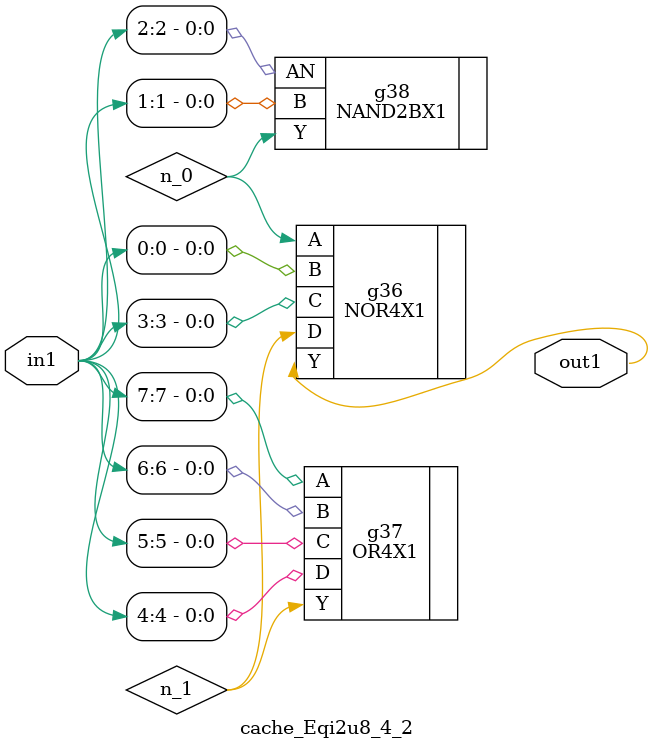
<source format=v>
`timescale 1ps / 1ps


module cache_Eqi2u8_4_2(in1, out1);
  input [7:0] in1;
  output out1;
  wire [7:0] in1;
  wire out1;
  wire n_0, n_1;
  NOR4X1 g36(.A (n_0), .B (in1[0]), .C (in1[3]), .D (n_1), .Y (out1));
  OR4X1 g37(.A (in1[7]), .B (in1[6]), .C (in1[5]), .D (in1[4]), .Y
       (n_1));
  NAND2BX1 g38(.AN (in1[2]), .B (in1[1]), .Y (n_0));
endmodule



</source>
